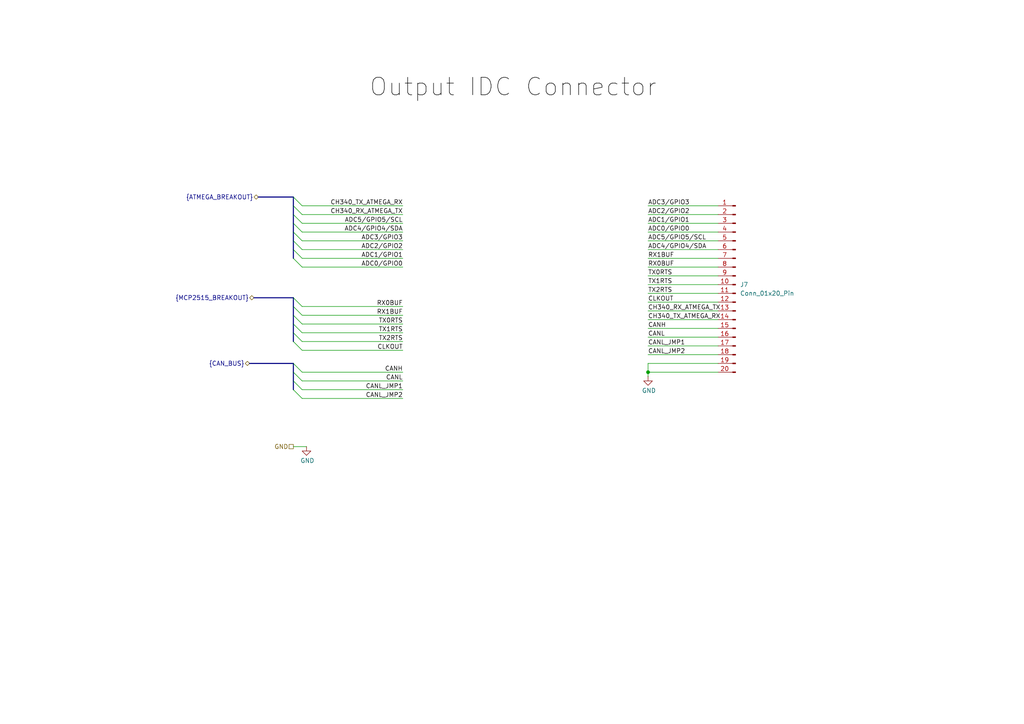
<source format=kicad_sch>
(kicad_sch (version 20250114) (generator "eeschema") (generator_version "9.0")
  (paper "A4")
  (title_block (title "MAGE-CANBOB-002") (date "2025-05-14") (rev "1") (comment 1 "Yiannis Michael") (comment 2 "2025-05-14") (comment 3 "Chris Thomas") (comment 4 "2025-06-02"))
  (lib_symbols
    (symbol "Connector:Conn_01x20_Pin" (pin_names (offset 1.016) (hide yes))
      (property "Reference" "J" (at 0 25.4 0))
      (property "Value" "Conn_01x20_Pin" (at 0 -27.94 0))
      (symbol "Conn_01x20_Pin_1_1"
        (rectangle (start 0.8636 22.987) (end 0 22.733) (stroke (width 0.1524)) (fill (type outline)))
        (rectangle (start 0.8636 20.447) (end 0 20.193) (stroke (width 0.1524)) (fill (type outline)))
        (rectangle (start 0.8636 17.907) (end 0 17.653) (stroke (width 0.1524)) (fill (type outline)))
        (rectangle (start 0.8636 15.367) (end 0 15.113) (stroke (width 0.1524)) (fill (type outline)))
        (rectangle (start 0.8636 12.827) (end 0 12.573) (stroke (width 0.1524)) (fill (type outline)))
        (rectangle (start 0.8636 10.287) (end 0 10.033) (stroke (width 0.1524)) (fill (type outline)))
        (rectangle (start 0.8636 7.747) (end 0 7.493) (stroke (width 0.1524)) (fill (type outline)))
        (rectangle (start 0.8636 5.207) (end 0 4.953) (stroke (width 0.1524)) (fill (type outline)))
        (rectangle (start 0.8636 2.667) (end 0 2.413) (stroke (width 0.1524)) (fill (type outline)))
        (rectangle (start 0.8636 0.127) (end 0 -0.127) (stroke (width 0.1524)) (fill (type outline)))
        (rectangle (start 0.8636 -2.413) (end 0 -2.667) (stroke (width 0.1524)) (fill (type outline)))
        (rectangle (start 0.8636 -4.953) (end 0 -5.207) (stroke (width 0.1524)) (fill (type outline)))
        (rectangle (start 0.8636 -7.493) (end 0 -7.747) (stroke (width 0.1524)) (fill (type outline)))
        (rectangle (start 0.8636 -10.033) (end 0 -10.287) (stroke (width 0.1524)) (fill (type outline)))
        (rectangle (start 0.8636 -12.573) (end 0 -12.827) (stroke (width 0.1524)) (fill (type outline)))
        (rectangle (start 0.8636 -15.113) (end 0 -15.367) (stroke (width 0.1524)) (fill (type outline)))
        (rectangle (start 0.8636 -17.653) (end 0 -17.907) (stroke (width 0.1524)) (fill (type outline)))
        (rectangle (start 0.8636 -20.193) (end 0 -20.447) (stroke (width 0.1524)) (fill (type outline)))
        (rectangle (start 0.8636 -22.733) (end 0 -22.987) (stroke (width 0.1524)) (fill (type outline)))
        (rectangle (start 0.8636 -25.273) (end 0 -25.527) (stroke (width 0.1524)) (fill (type outline)))
        (polyline (pts (xy 1.27 22.86) (xy 0.8636 22.86)) (stroke (width 0.1524)))
        (polyline (pts (xy 1.27 20.32) (xy 0.8636 20.32)) (stroke (width 0.1524)))
        (polyline (pts (xy 1.27 17.78) (xy 0.8636 17.78)) (stroke (width 0.1524)))
        (polyline (pts (xy 1.27 15.24) (xy 0.8636 15.24)) (stroke (width 0.1524)))
        (polyline (pts (xy 1.27 12.7) (xy 0.8636 12.7)) (stroke (width 0.1524)))
        (polyline (pts (xy 1.27 10.16) (xy 0.8636 10.16)) (stroke (width 0.1524)))
        (polyline (pts (xy 1.27 7.62) (xy 0.8636 7.62)) (stroke (width 0.1524)))
        (polyline (pts (xy 1.27 5.08) (xy 0.8636 5.08)) (stroke (width 0.1524)))
        (polyline (pts (xy 1.27 2.54) (xy 0.8636 2.54)) (stroke (width 0.1524)))
        (polyline (pts (xy 1.27 0) (xy 0.8636 0)) (stroke (width 0.1524)))
        (polyline (pts (xy 1.27 -2.54) (xy 0.8636 -2.54)) (stroke (width 0.1524)))
        (polyline (pts (xy 1.27 -5.08) (xy 0.8636 -5.08)) (stroke (width 0.1524)))
        (polyline (pts (xy 1.27 -7.62) (xy 0.8636 -7.62)) (stroke (width 0.1524)))
        (polyline (pts (xy 1.27 -10.16) (xy 0.8636 -10.16)) (stroke (width 0.1524)))
        (polyline (pts (xy 1.27 -12.7) (xy 0.8636 -12.7)) (stroke (width 0.1524)))
        (polyline (pts (xy 1.27 -15.24) (xy 0.8636 -15.24)) (stroke (width 0.1524)))
        (polyline (pts (xy 1.27 -17.78) (xy 0.8636 -17.78)) (stroke (width 0.1524)))
        (polyline (pts (xy 1.27 -20.32) (xy 0.8636 -20.32)) (stroke (width 0.1524)))
        (polyline (pts (xy 1.27 -22.86) (xy 0.8636 -22.86)) (stroke (width 0.1524)))
        (polyline (pts (xy 1.27 -25.4) (xy 0.8636 -25.4)) (stroke (width 0.1524)))
        (pin passive line (at 5.08 22.86 180) (length 3.81) (name "Pin_1") (number "1"))
        (pin passive line (at 5.08 20.32 180) (length 3.81) (name "Pin_2") (number "2"))
        (pin passive line (at 5.08 17.78 180) (length 3.81) (name "Pin_3") (number "3"))
        (pin passive line (at 5.08 15.24 180) (length 3.81) (name "Pin_4") (number "4"))
        (pin passive line (at 5.08 12.7 180) (length 3.81) (name "Pin_5") (number "5"))
        (pin passive line (at 5.08 10.16 180) (length 3.81) (name "Pin_6") (number "6"))
        (pin passive line (at 5.08 7.62 180) (length 3.81) (name "Pin_7") (number "7"))
        (pin passive line (at 5.08 5.08 180) (length 3.81) (name "Pin_8") (number "8"))
        (pin passive line (at 5.08 2.54 180) (length 3.81) (name "Pin_9") (number "9"))
        (pin passive line (at 5.08 0 180) (length 3.81) (name "Pin_10") (number "10"))
        (pin passive line (at 5.08 -2.54 180) (length 3.81) (name "Pin_11") (number "11"))
        (pin passive line (at 5.08 -5.08 180) (length 3.81) (name "Pin_12") (number "12"))
        (pin passive line (at 5.08 -7.62 180) (length 3.81) (name "Pin_13") (number "13"))
        (pin passive line (at 5.08 -10.16 180) (length 3.81) (name "Pin_14") (number "14"))
        (pin passive line (at 5.08 -12.7 180) (length 3.81) (name "Pin_15") (number "15"))
        (pin passive line (at 5.08 -15.24 180) (length 3.81) (name "Pin_16") (number "16"))
        (pin passive line (at 5.08 -17.78 180) (length 3.81) (name "Pin_17") (number "17"))
        (pin passive line (at 5.08 -20.32 180) (length 3.81) (name "Pin_18") (number "18"))
        (pin passive line (at 5.08 -22.86 180) (length 3.81) (name "Pin_19") (number "19"))
        (pin passive line (at 5.08 -25.4 180) (length 3.81) (name "Pin_20") (number "20"))
      )
    )
    (symbol "power:GND" (power) (pin_numbers (hide yes)) (pin_names (offset 0) (hide yes))
      (property "Value" "GND" (at 0 -3.81 0))
      (symbol "GND_0_1"
        (polyline (pts (xy 0 0) (xy 0 -1.27) (xy 1.27 -1.27) (xy 0 -2.54) (xy -1.27 -1.27) (xy 0 -1.27)))
      )
      (symbol "GND_1_1"
        (pin power_in line (at 0 0 270) (length 0) (name "~") (number "1"))
      )
    )
  )
  (text "Output IDC Connector" (at 148.844 25.4 0) (effects (font (size 5.08 5.08))))
  (junction (at 187.96 107.95))
  (bus_entry (at 85.09 62.23) (size 2.54 2.54))
  (bus_entry (at 85.09 67.31) (size 2.54 2.54))
  (bus_entry (at 85.09 86.36) (size 2.54 2.54))
  (bus_entry (at 85.09 96.52) (size 2.54 2.54))
  (bus_entry (at 85.09 93.98) (size 2.54 2.54))
  (bus_entry (at 87.63 107.95) (size -2.54 -2.54))
  (bus_entry (at 87.63 110.49) (size -2.54 -2.54))
  (bus_entry (at 85.09 57.15) (size 2.54 2.54))
  (bus_entry (at 85.09 64.77) (size 2.54 2.54))
  (bus_entry (at 85.09 72.39) (size 2.54 2.54))
  (bus_entry (at 85.09 74.93) (size 2.54 2.54))
  (bus_entry (at 85.09 99.06) (size 2.54 2.54))
  (bus_entry (at 85.09 69.85) (size 2.54 2.54))
  (bus_entry (at 85.09 88.9) (size 2.54 2.54))
  (bus_entry (at 87.63 113.03) (size -2.54 -2.54))
  (bus_entry (at 85.09 91.44) (size 2.54 2.54))
  (bus_entry (at 85.09 59.69) (size 2.54 2.54))
  (bus_entry (at 87.63 115.57) (size -2.54 -2.54))
  (bus (pts (xy 85.09 72.39) (xy 85.09 74.93)))
  (wire (pts (xy 187.96 69.85) (xy 208.28 69.85)))
  (bus (pts (xy 85.09 69.85) (xy 85.09 72.39)))
  (wire (pts (xy 187.96 95.25) (xy 208.28 95.25)))
  (wire (pts (xy 87.63 77.47) (xy 116.84 77.47)))
  (wire (pts (xy 87.63 101.6) (xy 116.84 101.6)))
  (wire (pts (xy 87.63 72.39) (xy 116.84 72.39)))
  (bus (pts (xy 85.09 64.77) (xy 85.09 67.31)))
  (wire (pts (xy 87.63 115.57) (xy 116.84 115.57)))
  (wire (pts (xy 87.63 74.93) (xy 116.84 74.93)))
  (bus (pts (xy 73.66 86.36) (xy 85.09 86.36)))
  (wire (pts (xy 87.63 91.44) (xy 116.84 91.44)))
  (bus (pts (xy 85.09 105.41) (xy 85.09 107.95)))
  (wire (pts (xy 187.96 100.33) (xy 208.28 100.33)))
  (wire (pts (xy 187.96 92.71) (xy 208.28 92.71)))
  (wire (pts (xy 187.96 107.95) (xy 187.96 109.22)))
  (wire (pts (xy 87.63 69.85) (xy 116.84 69.85)))
  (bus (pts (xy 85.09 93.98) (xy 85.09 96.52)))
  (wire (pts (xy 87.63 62.23) (xy 116.84 62.23)))
  (bus (pts (xy 85.09 62.23) (xy 85.09 64.77)))
  (wire (pts (xy 187.96 107.95) (xy 208.28 107.95)))
  (wire (pts (xy 187.96 77.47) (xy 208.28 77.47)))
  (wire (pts (xy 187.96 90.17) (xy 208.28 90.17)))
  (wire (pts (xy 187.96 97.79) (xy 208.28 97.79)))
  (wire (pts (xy 87.63 67.31) (xy 116.84 67.31)))
  (bus (pts (xy 85.09 107.95) (xy 85.09 110.49)))
  (wire (pts (xy 187.96 105.41) (xy 187.96 107.95)))
  (bus (pts (xy 85.09 86.36) (xy 85.09 88.9)))
  (wire (pts (xy 87.63 59.69) (xy 116.84 59.69)))
  (wire (pts (xy 187.96 59.69) (xy 208.28 59.69)))
  (wire (pts (xy 87.63 93.98) (xy 116.84 93.98)))
  (wire (pts (xy 87.63 64.77) (xy 116.84 64.77)))
  (wire (pts (xy 187.96 62.23) (xy 208.28 62.23)))
  (wire (pts (xy 87.63 107.95) (xy 116.84 107.95)))
  (wire (pts (xy 87.63 88.9) (xy 116.84 88.9)))
  (wire (pts (xy 88.9 129.54) (xy 85.09 129.54)))
  (wire (pts (xy 87.63 110.49) (xy 116.84 110.49)))
  (bus (pts (xy 85.09 59.69) (xy 85.09 62.23)))
  (wire (pts (xy 187.96 67.31) (xy 208.28 67.31)))
  (wire (pts (xy 187.96 80.01) (xy 208.28 80.01)))
  (wire (pts (xy 87.63 113.03) (xy 116.84 113.03)))
  (bus (pts (xy 85.09 96.52) (xy 85.09 99.06)))
  (bus (pts (xy 72.39 105.41) (xy 85.09 105.41)))
  (wire (pts (xy 87.63 96.52) (xy 116.84 96.52)))
  (wire (pts (xy 87.63 99.06) (xy 116.84 99.06)))
  (wire (pts (xy 187.96 64.77) (xy 208.28 64.77)))
  (bus (pts (xy 85.09 88.9) (xy 85.09 91.44)))
  (wire (pts (xy 187.96 85.09) (xy 208.28 85.09)))
  (bus (pts (xy 85.09 67.31) (xy 85.09 69.85)))
  (bus (pts (xy 85.09 110.49) (xy 85.09 113.03)))
  (wire (pts (xy 187.96 82.55) (xy 208.28 82.55)))
  (wire (pts (xy 187.96 72.39) (xy 208.28 72.39)))
  (wire (pts (xy 187.96 74.93) (xy 208.28 74.93)))
  (wire (pts (xy 187.96 102.87) (xy 208.28 102.87)))
  (wire (pts (xy 187.96 87.63) (xy 208.28 87.63)))
  (wire (pts (xy 187.96 105.41) (xy 208.28 105.41)))
  (bus (pts (xy 74.93 57.15) (xy 85.09 57.15)))
  (bus (pts (xy 85.09 57.15) (xy 85.09 59.69)))
  (bus (pts (xy 85.09 91.44) (xy 85.09 93.98)))
  (label "CANH" (at 116.84 107.95 180))
  (label "CANL_JMP1" (at 116.84 113.03 180))
  (label "CLKOUT" (at 116.84 101.6 180))
  (label "CH340_TX_ATMEGA_RX" (at 187.96 92.71 0))
  (label "ADC5{slash}GPIO5{slash}SCL" (at 116.84 64.77 180))
  (label "ADC4{slash}GPIO4{slash}SDA" (at 187.96 72.39 0))
  (label "ADC1{slash}GPIO1" (at 187.96 64.77 0))
  (label "CH340_RX_ATMEGA_TX" (at 116.84 62.23 180))
  (label "CANL" (at 116.84 110.49 180))
  (label "TX1RTS" (at 187.96 82.55 0))
  (label "ADC3{slash}GPIO3" (at 187.96 59.69 0))
  (label "CLKOUT" (at 187.96 87.63 0))
  (label "ADC2{slash}GPIO2" (at 116.84 72.39 180))
  (label "ADC0{slash}GPIO0" (at 187.96 67.31 0))
  (label "RX0BUF" (at 187.96 77.47 0))
  (label "RX1BUF" (at 116.84 91.44 180))
  (label "CANL_JMP1" (at 187.96 100.33 0))
  (label "ADC4{slash}GPIO4{slash}SDA" (at 116.84 67.31 180))
  (label "ADC1{slash}GPIO1" (at 116.84 74.93 180))
  (label "ADC0{slash}GPIO0" (at 116.84 77.47 180))
  (label "RX0BUF" (at 116.84 88.9 180))
  (label "TX2RTS" (at 187.96 85.09 0))
  (label "CH340_RX_ATMEGA_TX" (at 187.96 90.17 0))
  (label "CANH" (at 187.96 95.25 0))
  (label "TX1RTS" (at 116.84 96.52 180))
  (label "TX0RTS" (at 116.84 93.98 180))
  (label "ADC2{slash}GPIO2" (at 187.96 62.23 0))
  (label "CANL_JMP2" (at 187.96 102.87 0))
  (label "TX0RTS" (at 187.96 80.01 0))
  (label "ADC5{slash}GPIO5{slash}SCL" (at 187.96 69.85 0))
  (label "CANL_JMP2" (at 116.84 115.57 180))
  (label "RX1BUF" (at 187.96 74.93 0))
  (label "TX2RTS" (at 116.84 99.06 180))
  (label "CH340_TX_ATMEGA_RX" (at 116.84 59.69 180))
  (label "CANL" (at 187.96 97.79 0))
  (label "ADC3{slash}GPIO3" (at 116.84 69.85 180))
  (hierarchical_label "{ATMEGA_BREAKOUT}" (shape bidirectional) (at 74.93 57.15 180))
  (hierarchical_label "{MCP2515_BREAKOUT}" (shape bidirectional) (at 73.66 86.36 180))
  (hierarchical_label "GND" (shape passive) (at 85.09 129.54 180))
  (hierarchical_label "{CAN_BUS}" (shape bidirectional) (at 72.39 105.41 180))
  (symbol (lib_id "power:GND") (at 187.96 109.22 0) (unit 1)
    (property "Reference" "#PWR054" (effects (hide yes)))
    (property "Value" "GND" (at 188.214 113.284 0))
    (property "Description" "Power symbol creates a global label with name \"GND\" , ground" (effects (hide yes)))
  )
  (symbol (lib_id "Connector:Conn_01x20_Pin") (at 213.36 82.55 0) (mirror y) (unit 1)
    (property "Reference" "J7" (at 214.63 82.5499 0) (effects (justify right)))
    (property "Value" "Conn_01x20_Pin" (at 214.63 85.0899 0) (effects (justify right)))
    (property "Footprint" "Connector_IDC:IDC-Header_2x10_P2.54mm_Horizontal" (effects (hide yes)))
    (property "Description" "Generic connector, single row, 01x20, script generated" (effects (hide yes)))
    (property "MPN" "61202021721" (effects (hide yes)))
  )
  (symbol (lib_id "power:GND") (at 88.9 129.54 0) (unit 1)
    (property "Reference" "#PWR053" (effects (hide yes)))
    (property "Value" "GND" (at 89.154 133.604 0))
    (property "Description" "Power symbol creates a global label with name \"GND\" , ground" (effects (hide yes)))
  )
)
</source>
